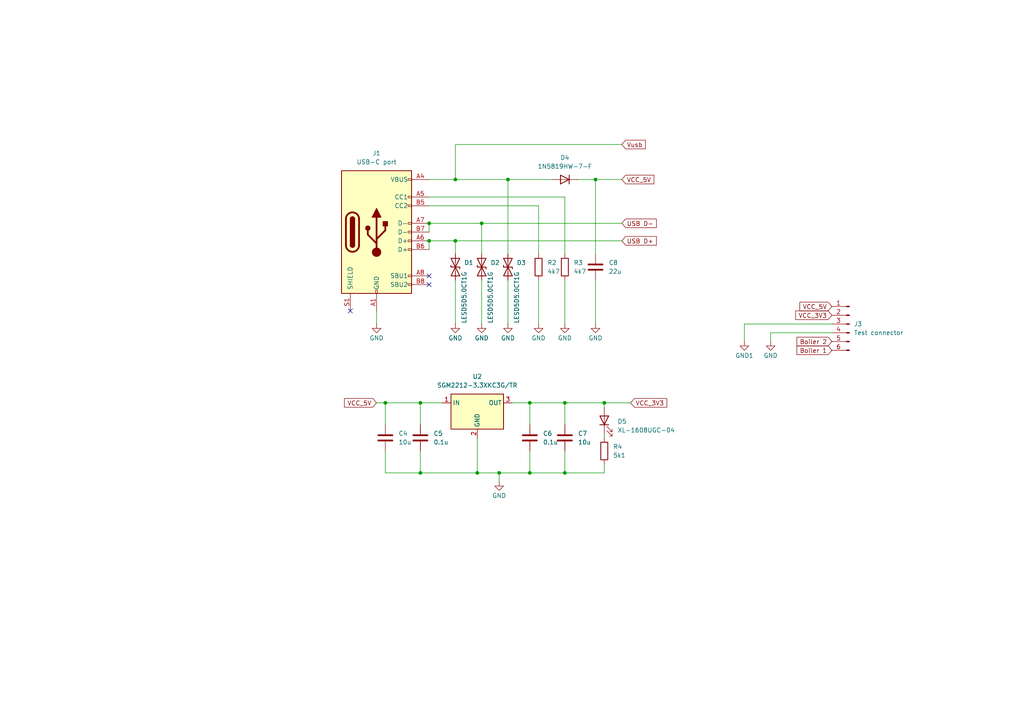
<source format=kicad_sch>
(kicad_sch (version 20231120) (generator "eeschema") (generator_version "8.0")
  (paper "A4")
  (lib_symbols
    (symbol "Connector:Conn_01x06_Pin" (pin_names (offset 1.016) hide)
      (property "Reference" "J" (at 0 7.62 0))
      (property "Value" "Conn_01x06_Pin" (at 0 -10.16 0))
      (symbol "Conn_01x06_Pin_1_1"
        (polyline (pts (xy 1.27 -7.62) (xy 0.8636 -7.62)) (stroke (width 0.1524)))
        (polyline (pts (xy 1.27 -5.08) (xy 0.8636 -5.08)) (stroke (width 0.1524)))
        (polyline (pts (xy 1.27 -2.54) (xy 0.8636 -2.54)) (stroke (width 0.1524)))
        (polyline (pts (xy 1.27 0) (xy 0.8636 0)) (stroke (width 0.1524)))
        (polyline (pts (xy 1.27 2.54) (xy 0.8636 2.54)) (stroke (width 0.1524)))
        (polyline (pts (xy 1.27 5.08) (xy 0.8636 5.08)) (stroke (width 0.1524)))
        (rectangle (start 0.8636 -7.493) (end 0 -7.747) (stroke (width 0.1524)) (fill (type outline)))
        (rectangle (start 0.8636 -4.953) (end 0 -5.207) (stroke (width 0.1524)) (fill (type outline)))
        (rectangle (start 0.8636 -2.413) (end 0 -2.667) (stroke (width 0.1524)) (fill (type outline)))
        (rectangle (start 0.8636 0.127) (end 0 -0.127) (stroke (width 0.1524)) (fill (type outline)))
        (rectangle (start 0.8636 2.667) (end 0 2.413) (stroke (width 0.1524)) (fill (type outline)))
        (rectangle (start 0.8636 5.207) (end 0 4.953) (stroke (width 0.1524)) (fill (type outline)))
        (pin passive line (at 5.08 5.08 180) (length 3.81) (name "Pin_1") (number "1"))
        (pin passive line (at 5.08 2.54 180) (length 3.81) (name "Pin_2") (number "2"))
        (pin passive line (at 5.08 0 180) (length 3.81) (name "Pin_3") (number "3"))
        (pin passive line (at 5.08 -2.54 180) (length 3.81) (name "Pin_4") (number "4"))
        (pin passive line (at 5.08 -5.08 180) (length 3.81) (name "Pin_5") (number "5"))
        (pin passive line (at 5.08 -7.62 180) (length 3.81) (name "Pin_6") (number "6"))
      )
    )
    (symbol "Connector:USB_C_Receptacle_USB2.0_16P" (pin_names (offset 1.016))
      (property "Reference" "J" (at 0 22.225 0))
      (property "Value" "USB_C_Receptacle_USB2.0_16P" (at 0 19.685 0))
      (symbol "USB_C_Receptacle_USB2.0_16P_0_0"
        (rectangle (start -0.254 -17.78) (end 0.254 -16.764))
        (rectangle (start 10.16 -14.986) (end 9.144 -15.494))
        (rectangle (start 10.16 -12.446) (end 9.144 -12.954))
        (rectangle (start 10.16 -4.826) (end 9.144 -5.334))
        (rectangle (start 10.16 -2.286) (end 9.144 -2.794))
        (rectangle (start 10.16 0.254) (end 9.144 -0.254))
        (rectangle (start 10.16 2.794) (end 9.144 2.286))
        (rectangle (start 10.16 7.874) (end 9.144 7.366))
        (rectangle (start 10.16 10.414) (end 9.144 9.906))
        (rectangle (start 10.16 15.494) (end 9.144 14.986))
      )
      (symbol "USB_C_Receptacle_USB2.0_16P_0_1"
        (rectangle (start -10.16 17.78) (end 10.16 -17.78) (stroke (width 0.254)) (fill (type background)))
        (arc (start -8.89 -3.81) (mid -6.985 -5.7067) (end -5.08 -3.81) (stroke (width 0.508)))
        (arc (start -7.62 -3.81) (mid -6.985 -4.4423) (end -6.35 -3.81) (stroke (width 0.254)))
        (arc (start -7.62 -3.81) (mid -6.985 -4.4423) (end -6.35 -3.81) (stroke (width 0.254)) (fill (type outline)))
        (rectangle (start -7.62 -3.81) (end -6.35 3.81) (stroke (width 0.254)) (fill (type outline)))
        (arc (start -6.35 3.81) (mid -6.985 4.4423) (end -7.62 3.81) (stroke (width 0.254)))
        (arc (start -6.35 3.81) (mid -6.985 4.4423) (end -7.62 3.81) (stroke (width 0.254)) (fill (type outline)))
        (arc (start -5.08 3.81) (mid -6.985 5.7067) (end -8.89 3.81) (stroke (width 0.508)))
        (circle (center -2.54 1.143) (radius 0.635) (stroke (width 0.254)) (fill (type outline)))
        (circle (center 0 -5.842) (radius 1.27) (fill (type outline)))
        (polyline (pts (xy -8.89 -3.81) (xy -8.89 3.81)) (stroke (width 0.508)))
        (polyline (pts (xy -5.08 3.81) (xy -5.08 -3.81)) (stroke (width 0.508)))
        (polyline (pts (xy 0 -5.842) (xy 0 4.318)) (stroke (width 0.508)))
        (polyline (pts (xy 0 -3.302) (xy -2.54 -0.762) (xy -2.54 0.508)) (stroke (width 0.508)))
        (polyline (pts (xy 0 -2.032) (xy 2.54 0.508) (xy 2.54 1.778)) (stroke (width 0.508)))
        (polyline (pts (xy -1.27 4.318) (xy 0 6.858) (xy 1.27 4.318) (xy -1.27 4.318)) (stroke (width 0.254)) (fill (type outline)))
        (rectangle (start 1.905 1.778) (end 3.175 3.048) (stroke (width 0.254)) (fill (type outline)))
      )
      (symbol "USB_C_Receptacle_USB2.0_16P_1_1"
        (pin passive line (at 0 -22.86 90) (length 5.08) (name "GND") (number "A1"))
        (pin passive line (at 0 -22.86 90) (length 5.08) hide (name "GND") (number "A12"))
        (pin passive line (at 15.24 15.24 180) (length 5.08) (name "VBUS") (number "A4"))
        (pin bidirectional line (at 15.24 10.16 180) (length 5.08) (name "CC1") (number "A5"))
        (pin bidirectional line (at 15.24 -2.54 180) (length 5.08) (name "D+") (number "A6"))
        (pin bidirectional line (at 15.24 2.54 180) (length 5.08) (name "D-") (number "A7"))
        (pin bidirectional line (at 15.24 -12.7 180) (length 5.08) (name "SBU1") (number "A8"))
        (pin passive line (at 15.24 15.24 180) (length 5.08) hide (name "VBUS") (number "A9"))
        (pin passive line (at 0 -22.86 90) (length 5.08) hide (name "GND") (number "B1"))
        (pin passive line (at 0 -22.86 90) (length 5.08) hide (name "GND") (number "B12"))
        (pin passive line (at 15.24 15.24 180) (length 5.08) hide (name "VBUS") (number "B4"))
        (pin bidirectional line (at 15.24 7.62 180) (length 5.08) (name "CC2") (number "B5"))
        (pin bidirectional line (at 15.24 -5.08 180) (length 5.08) (name "D+") (number "B6"))
        (pin bidirectional line (at 15.24 0 180) (length 5.08) (name "D-") (number "B7"))
        (pin bidirectional line (at 15.24 -15.24 180) (length 5.08) (name "SBU2") (number "B8"))
        (pin passive line (at 15.24 15.24 180) (length 5.08) hide (name "VBUS") (number "B9"))
        (pin passive line (at -7.62 -22.86 90) (length 5.08) (name "SHIELD") (number "S1"))
      )
    )
    (symbol "Device:C" (pin_numbers hide) (pin_names (offset 0.254))
      (property "Reference" "C" (at 0.635 2.54 0))
      (property "Value" "C" (at 0.635 -2.54 0))
      (symbol "C_0_1"
        (polyline (pts (xy -2.032 -0.762) (xy 2.032 -0.762)) (stroke (width 0.508)))
        (polyline (pts (xy -2.032 0.762) (xy 2.032 0.762)) (stroke (width 0.508)))
      )
      (symbol "C_1_1"
        (pin passive line (at 0 3.81 270) (length 2.794) (name "~") (number "1"))
        (pin passive line (at 0 -3.81 90) (length 2.794) (name "~") (number "2"))
      )
    )
    (symbol "Device:D" (pin_numbers hide) (pin_names (offset 1.016) hide)
      (property "Reference" "D" (at 0 2.54 0))
      (property "Value" "D" (at 0 -2.54 0))
      (symbol "D_0_1"
        (polyline (pts (xy -1.27 1.27) (xy -1.27 -1.27)) (stroke (width 0.254)))
        (polyline (pts (xy 1.27 0) (xy -1.27 0)))
        (polyline (pts (xy 1.27 1.27) (xy 1.27 -1.27) (xy -1.27 0) (xy 1.27 1.27)) (stroke (width 0.254)))
      )
      (symbol "D_1_1"
        (pin passive line (at -3.81 0 0) (length 2.54) (name "K") (number "1"))
        (pin passive line (at 3.81 0 180) (length 2.54) (name "A") (number "2"))
      )
    )
    (symbol "Device:LED" (pin_numbers hide) (pin_names (offset 1.016) hide)
      (property "Reference" "D" (at 0 2.54 0))
      (property "Value" "LED" (at 0 -2.54 0))
      (symbol "LED_0_1"
        (polyline (pts (xy -1.27 -1.27) (xy -1.27 1.27)) (stroke (width 0.254)))
        (polyline (pts (xy -1.27 0) (xy 1.27 0)))
        (polyline (pts (xy 1.27 -1.27) (xy 1.27 1.27) (xy -1.27 0) (xy 1.27 -1.27)) (stroke (width 0.254)))
        (polyline (pts (xy -3.048 -0.762) (xy -4.572 -2.286) (xy -3.81 -2.286) (xy -4.572 -2.286) (xy -4.572 -1.524)))
        (polyline (pts (xy -1.778 -0.762) (xy -3.302 -2.286) (xy -2.54 -2.286) (xy -3.302 -2.286) (xy -3.302 -1.524)))
      )
      (symbol "LED_1_1"
        (pin passive line (at -3.81 0 0) (length 2.54) (name "K") (number "1"))
        (pin passive line (at 3.81 0 180) (length 2.54) (name "A") (number "2"))
      )
    )
    (symbol "Device:R" (pin_numbers hide) (pin_names (offset 0))
      (property "Reference" "R" (at 2.032 0 90))
      (property "Value" "R" (at 0 0 90))
      (symbol "R_0_1"
        (rectangle (start -1.016 -2.54) (end 1.016 2.54) (stroke (width 0.254)))
      )
      (symbol "R_1_1"
        (pin passive line (at 0 3.81 270) (length 1.27) (name "~") (number "1"))
        (pin passive line (at 0 -3.81 90) (length 1.27) (name "~") (number "2"))
      )
    )
    (symbol "Diode:5KPxxCA" (pin_numbers hide) (pin_names (offset 1.016) hide)
      (property "Reference" "D" (at 0 2.54 0))
      (property "Value" "5KPxxCA" (at 0 -2.54 0))
      (symbol "5KPxxCA_0_1"
        (polyline (pts (xy 1.27 0) (xy -1.27 0)))
        (polyline (pts (xy -2.54 -1.27) (xy 0 0) (xy -2.54 1.27) (xy -2.54 -1.27)) (stroke (width 0.254)))
        (polyline (pts (xy 0.508 1.27) (xy 0 1.27) (xy 0 -1.27) (xy -0.508 -1.27)) (stroke (width 0.254)))
        (polyline (pts (xy 2.54 1.27) (xy 2.54 -1.27) (xy 0 0) (xy 2.54 1.27)) (stroke (width 0.254)))
      )
      (symbol "5KPxxCA_1_1"
        (pin passive line (at -3.81 0 0) (length 2.54) (name "A1") (number "1"))
        (pin passive line (at 3.81 0 180) (length 2.54) (name "A2") (number "2"))
      )
    )
    (symbol "Regulator_Linear:LT1963AxST-1.5"
      (property "Reference" "U" (at -7.62 6.35 0))
      (property "Value" "LT1963AxST-1.5" (at -1.27 6.35 0))
      (symbol "LT1963AxST-1.5_0_1"
        (rectangle (start -7.62 5.08) (end 7.62 -5.08) (stroke (width 0.254)) (fill (type background)))
      )
      (symbol "LT1963AxST-1.5_1_1"
        (pin power_in line (at -10.16 2.54 0) (length 2.54) (name "IN") (number "1"))
        (pin power_in line (at 0 -7.62 90) (length 2.54) (name "GND") (number "2"))
        (pin power_out line (at 10.16 2.54 180) (length 2.54) (name "OUT") (number "3"))
      )
    )
    (symbol "power:GND" (power) (pin_numbers hide) (pin_names (offset 0) hide)
      (property "Value" "GND" (at 0 -3.81 0))
      (symbol "GND_0_1"
        (polyline (pts (xy 0 0) (xy 0 -1.27) (xy 1.27 -1.27) (xy 0 -2.54) (xy -1.27 -1.27) (xy 0 -1.27)))
      )
      (symbol "GND_1_1"
        (pin power_in line (at 0 0 270) (length 0) (name "~") (number "1"))
      )
    )
  )
  (junction (at 124.46 64.77))
  (junction (at 139.7 64.77))
  (junction (at 172.72 52.07))
  (junction (at 121.92 137.16))
  (junction (at 138.43 137.16))
  (junction (at 153.67 137.16))
  (junction (at 144.78 137.16))
  (junction (at 175.26 116.84))
  (junction (at 132.08 69.85))
  (junction (at 163.83 137.16))
  (junction (at 153.67 116.84))
  (junction (at 121.92 116.84))
  (junction (at 132.08 52.07))
  (junction (at 163.83 116.84))
  (junction (at 147.32 52.07))
  (junction (at 111.76 116.84))
  (junction (at 124.46 69.85))
  (no_connect (at 124.46 80.01))
  (no_connect (at 124.46 82.55))
  (no_connect (at 101.6 90.17))
  (wire (pts (xy 223.52 99.06) (xy 223.52 96.52)))
  (wire (pts (xy 153.67 116.84) (xy 163.83 116.84)))
  (wire (pts (xy 121.92 137.16) (xy 111.76 137.16)))
  (wire (pts (xy 111.76 123.19) (xy 111.76 116.84)))
  (wire (pts (xy 138.43 127) (xy 138.43 137.16)))
  (wire (pts (xy 175.26 125.73) (xy 175.26 127)))
  (wire (pts (xy 163.83 130.81) (xy 163.83 137.16)))
  (wire (pts (xy 156.21 59.69) (xy 124.46 59.69)))
  (wire (pts (xy 163.83 116.84) (xy 175.26 116.84)))
  (wire (pts (xy 139.7 64.77) (xy 180.34 64.77)))
  (wire (pts (xy 175.26 116.84) (xy 182.88 116.84)))
  (wire (pts (xy 132.08 52.07) (xy 147.32 52.07)))
  (wire (pts (xy 147.32 73.66) (xy 147.32 52.07)))
  (wire (pts (xy 132.08 41.91) (xy 132.08 52.07)))
  (wire (pts (xy 172.72 52.07) (xy 180.34 52.07)))
  (wire (pts (xy 139.7 64.77) (xy 124.46 64.77)))
  (wire (pts (xy 172.72 81.28) (xy 172.72 93.98)))
  (wire (pts (xy 139.7 81.28) (xy 139.7 93.98)))
  (wire (pts (xy 144.78 137.16) (xy 144.78 139.7)))
  (wire (pts (xy 132.08 41.91) (xy 180.34 41.91)))
  (wire (pts (xy 215.9 93.98) (xy 241.3 93.98)))
  (wire (pts (xy 153.67 137.16) (xy 144.78 137.16)))
  (wire (pts (xy 121.92 116.84) (xy 128.27 116.84)))
  (wire (pts (xy 163.83 93.98) (xy 163.83 81.28)))
  (wire (pts (xy 139.7 73.66) (xy 139.7 64.77)))
  (wire (pts (xy 223.52 96.52) (xy 241.3 96.52)))
  (wire (pts (xy 121.92 130.81) (xy 121.92 137.16)))
  (wire (pts (xy 147.32 81.28) (xy 147.32 93.98)))
  (wire (pts (xy 124.46 64.77) (xy 124.46 67.31)))
  (wire (pts (xy 163.83 73.66) (xy 163.83 57.15)))
  (wire (pts (xy 163.83 137.16) (xy 153.67 137.16)))
  (wire (pts (xy 163.83 57.15) (xy 124.46 57.15)))
  (wire (pts (xy 167.64 52.07) (xy 172.72 52.07)))
  (wire (pts (xy 148.59 116.84) (xy 153.67 116.84)))
  (wire (pts (xy 132.08 69.85) (xy 180.34 69.85)))
  (wire (pts (xy 175.26 134.62) (xy 175.26 137.16)))
  (wire (pts (xy 109.22 90.17) (xy 109.22 93.98)))
  (wire (pts (xy 111.76 137.16) (xy 111.76 130.81)))
  (wire (pts (xy 111.76 116.84) (xy 121.92 116.84)))
  (wire (pts (xy 109.22 116.84) (xy 111.76 116.84)))
  (wire (pts (xy 132.08 81.28) (xy 132.08 93.98)))
  (wire (pts (xy 175.26 116.84) (xy 175.26 118.11)))
  (wire (pts (xy 121.92 116.84) (xy 121.92 123.19)))
  (wire (pts (xy 132.08 69.85) (xy 124.46 69.85)))
  (wire (pts (xy 175.26 137.16) (xy 163.83 137.16)))
  (wire (pts (xy 144.78 137.16) (xy 138.43 137.16)))
  (wire (pts (xy 153.67 116.84) (xy 153.67 123.19)))
  (wire (pts (xy 153.67 130.81) (xy 153.67 137.16)))
  (wire (pts (xy 147.32 52.07) (xy 160.02 52.07)))
  (wire (pts (xy 138.43 137.16) (xy 121.92 137.16)))
  (wire (pts (xy 156.21 73.66) (xy 156.21 59.69)))
  (wire (pts (xy 124.46 69.85) (xy 124.46 72.39)))
  (wire (pts (xy 156.21 93.98) (xy 156.21 81.28)))
  (wire (pts (xy 163.83 116.84) (xy 163.83 123.19)))
  (wire (pts (xy 215.9 99.06) (xy 215.9 93.98)))
  (wire (pts (xy 124.46 52.07) (xy 132.08 52.07)))
  (wire (pts (xy 172.72 52.07) (xy 172.72 73.66)))
  (wire (pts (xy 132.08 73.66) (xy 132.08 69.85)))
  (global_label "VCC_3V3" (shape input) (at 182.88 116.84 0) (property "Intersheetrefs" "${INTERSHEET_REFS}" (effects (hide yes))))
  (global_label "Vusb" (shape input) (at 180.34 41.91 0) (property "Intersheetrefs" "${INTERSHEET_REFS}" (effects (hide yes))))
  (global_label "VCC_5V" (shape input) (at 180.34 52.07 0) (property "Intersheetrefs" "${INTERSHEET_REFS}" (effects (hide yes))))
  (global_label "VCC_3V3" (shape input) (at 241.3 91.44 180) (property "Intersheetrefs" "${INTERSHEET_REFS}" (effects (hide yes))))
  (global_label "VCC_5V" (shape input) (at 241.3 88.9 180) (property "Intersheetrefs" "${INTERSHEET_REFS}" (effects (hide yes))))
  (global_label "USB D+" (shape input) (at 180.34 69.85 0) (property "Intersheetrefs" "${INTERSHEET_REFS}" (effects (hide yes))))
  (global_label "Boiler 2" (shape input) (at 241.3 99.06 180) (property "Intersheetrefs" "${INTERSHEET_REFS}" (effects (hide yes))))
  (global_label "USB D-" (shape input) (at 180.34 64.77 0) (property "Intersheetrefs" "${INTERSHEET_REFS}" (effects (hide yes))))
  (global_label "Boiler 1" (shape input) (at 241.3 101.6 180) (property "Intersheetrefs" "${INTERSHEET_REFS}" (effects (hide yes))))
  (global_label "VCC_5V" (shape input) (at 109.22 116.84 180) (property "Intersheetrefs" "${INTERSHEET_REFS}" (effects (hide yes))))
  (symbol (lib_id "Device:LED") (at 175.26 121.92 90) (unit 1)
    (property "Reference" "D5" (at 179.07 122.2374 90) (effects (justify right)))
    (property "Value" "XL-1608UGC-04" (at 179.07 124.7774 90) (effects (justify right)))
    (property "Footprint" "LED_SMD:LED_0603_1608Metric" (effects (hide yes)))
    (property "Datasheet" "https://wmsc.lcsc.com/wmsc/upload/file/pdf/v2/lcsc/2402181505_XINGLIGHT-XL-1608UGC-04_C965804.pdf" (effects (hide yes)))
    (property "Description" "LED, green, 520nm" (effects (hide yes)))
    (property "LCSC Part # " "C965804" (effects (hide yes)))
  )
  (symbol (lib_id "power:GND") (at 163.83 93.98 0) (unit 1)
    (property "Reference" "#PWR011" (effects (hide yes)))
    (property "Value" "GND" (at 163.83 98.044 0))
    (property "Description" "Power symbol creates a global label with name \"GND\" , ground" (effects (hide yes)))
  )
  (symbol (lib_id "power:GND") (at 139.7 93.98 0) (unit 1)
    (property "Reference" "#PWR07" (effects (hide yes)))
    (property "Value" "GND" (at 139.7 98.044 0))
    (property "Description" "Power symbol creates a global label with name \"GND\" , ground" (effects (hide yes)))
  )
  (symbol (lib_id "Device:C") (at 121.92 127 0) (unit 1)
    (property "Reference" "C5" (at 125.73 125.7299 0) (effects (justify left)))
    (property "Value" "0.1u" (at 125.73 128.2699 0) (effects (justify left)))
    (property "Footprint" "Capacitor_SMD:C_0603_1608Metric" (effects (hide yes)))
    (property "Description" "Unpolarized capacitor" (effects (hide yes)))
    (property "LCSC Part # " "C14663" (effects (hide yes)))
  )
  (symbol (lib_id "Regulator_Linear:LT1963AxST-1.5") (at 138.43 119.38 0) (unit 1)
    (property "Reference" "U2" (at 138.43 109.22 0))
    (property "Value" "SGM2212-3.3XKC3G/TR" (at 138.43 111.76 0))
    (property "Footprint" "Package_TO_SOT_SMD:SOT-223-3_TabPin2" (effects (hide yes)))
    (property "Datasheet" "https://www.analog.com/media/en/technical-documentation/data-sheets/1963aff.pdf" (effects (hide yes)))
    (property "Description" "1.5V, 1.5A, Low Noise, Fast Transient Response LDO Regulator, SOT-223" (effects (hide yes)))
    (property "LCSC Part # " "C3294699" (effects (hide yes)))
  )
  (symbol (lib_id "Diode:5KPxxCA") (at 132.08 77.47 90) (unit 1)
    (property "Reference" "D1" (at 134.62 76.1999 90) (effects (justify right)))
    (property "Value" "LESD5D5.0CT1G" (at 134.62 78.7399 0) (effects (justify right)))
    (property "Footprint" "Diode_SMD:D_SOD-523" (effects (hide yes)))
    (property "LCSC Part # " "C383211" (effects (hide yes)))
  )
  (symbol (lib_id "Device:R") (at 156.21 77.47 180) (unit 1)
    (property "Reference" "R2" (at 158.75 76.1999 0) (effects (justify right)))
    (property "Value" "4k7" (at 158.75 78.7399 0) (effects (justify right)))
    (property "Footprint" "Resistor_SMD:R_0603_1608Metric" (effects (hide yes)))
    (property "Description" "Resistor" (effects (hide yes)))
    (property "LCSC Part # " "C23162" (effects (hide yes)))
  )
  (symbol (lib_id "Device:C") (at 172.72 77.47 0) (unit 1)
    (property "Reference" "C8" (at 176.53 76.1999 0) (effects (justify left)))
    (property "Value" "22u" (at 176.53 78.7399 0) (effects (justify left)))
    (property "Footprint" "Capacitor_SMD:C_0805_2012Metric" (effects (hide yes)))
    (property "Description" "Unpolarized capacitor" (effects (hide yes)))
    (property "LCSC Part # " "C45783" (effects (hide yes)))
  )
  (symbol (lib_id "Device:C") (at 163.83 127 0) (unit 1)
    (property "Reference" "C7" (at 167.64 125.7299 0) (effects (justify left)))
    (property "Value" "10u" (at 167.64 128.2699 0) (effects (justify left)))
    (property "Footprint" "Capacitor_SMD:C_0402_1005Metric" (effects (hide yes)))
    (property "Description" "Unpolarized capacitor" (effects (hide yes)))
    (property "LCSC Part # " " C15525" (effects (hide yes)))
  )
  (symbol (lib_id "Device:R") (at 175.26 130.81 180) (unit 1)
    (property "Reference" "R4" (at 177.8 129.5399 0) (effects (justify right)))
    (property "Value" "5k1" (at 177.8 132.0799 0) (effects (justify right)))
    (property "Footprint" "Resistor_SMD:R_0603_1608Metric" (effects (hide yes)))
    (property "Description" "Resistor" (effects (hide yes)))
    (property "LCSC Part # " "C23186" (effects (hide yes)))
  )
  (symbol (lib_id "power:GND") (at 144.78 139.7 0) (unit 1)
    (property "Reference" "#PWR08" (effects (hide yes)))
    (property "Value" "GND" (at 144.78 143.764 0))
    (property "Description" "Power symbol creates a global label with name \"GND\" , ground" (effects (hide yes)))
  )
  (symbol (lib_id "power:GND") (at 156.21 93.98 0) (unit 1)
    (property "Reference" "#PWR010" (effects (hide yes)))
    (property "Value" "GND" (at 156.21 98.044 0))
    (property "Description" "Power symbol creates a global label with name \"GND\" , ground" (effects (hide yes)))
  )
  (symbol (lib_id "power:GND") (at 109.22 93.98 0) (unit 1)
    (property "Reference" "#PWR05" (effects (hide yes)))
    (property "Value" "GND" (at 109.22 98.044 0))
    (property "Description" "Power symbol creates a global label with name \"GND\" , ground" (effects (hide yes)))
  )
  (symbol (lib_id "Device:C") (at 111.76 127 0) (unit 1)
    (property "Reference" "C4" (at 115.57 125.7299 0) (effects (justify left)))
    (property "Value" "10u" (at 115.57 128.2699 0) (effects (justify left)))
    (property "Footprint" "Capacitor_SMD:C_0402_1005Metric" (effects (hide yes)))
    (property "Description" "Unpolarized capacitor" (effects (hide yes)))
    (property "LCSC Part # " " C15525" (effects (hide yes)))
  )
  (symbol (lib_id "power:GND") (at 223.52 99.06 0) (unit 1)
    (property "Reference" "#PWR034" (effects (hide yes)))
    (property "Value" "GND" (at 223.52 103.124 0))
    (property "Description" "Power symbol creates a global label with name \"GND\" , ground" (effects (hide yes)))
  )
  (symbol (lib_id "Device:C") (at 153.67 127 0) (unit 1)
    (property "Reference" "C6" (at 157.48 125.7299 0) (effects (justify left)))
    (property "Value" "0.1u" (at 157.48 128.2699 0) (effects (justify left)))
    (property "Footprint" "Capacitor_SMD:C_0603_1608Metric" (effects (hide yes)))
    (property "Description" "Unpolarized capacitor" (effects (hide yes)))
    (property "LCSC Part # " "C14663" (effects (hide yes)))
  )
  (symbol (lib_id "power:GND") (at 215.9 99.06 0) (unit 1)
    (property "Reference" "#PWR033" (effects (hide yes)))
    (property "Value" "GND1" (at 215.9 103.124 0))
    (property "Description" "Power symbol creates a global label with name \"GND\" , ground" (effects (hide yes)))
  )
  (symbol (lib_id "Device:R") (at 163.83 77.47 180) (unit 1)
    (property "Reference" "R3" (at 166.37 76.1999 0) (effects (justify right)))
    (property "Value" "4k7" (at 166.37 78.7399 0) (effects (justify right)))
    (property "Footprint" "Resistor_SMD:R_0603_1608Metric" (effects (hide yes)))
    (property "Description" "Resistor" (effects (hide yes)))
    (property "LCSC Part # " "C23162" (effects (hide yes)))
  )
  (symbol (lib_id "Device:D") (at 163.83 52.07 180) (unit 1)
    (property "Reference" "D4" (at 163.83 45.72 0))
    (property "Value" "1N5819HW-7-F" (at 163.83 48.26 0))
    (property "Footprint" "Diode_SMD:D_SOD-123" (effects (hide yes)))
    (property "Description" "Diode" (effects (hide yes)))
    (property "Sim.Device" "D" (effects (hide yes)))
    (property "Sim.Pins" "1=K 2=A" (effects (hide yes)))
    (property "LCSC Part # " "C82544" (effects (hide yes)))
  )
  (symbol (lib_id "Diode:5KPxxCA") (at 139.7 77.47 90) (unit 1)
    (property "Reference" "D2" (at 142.24 76.1999 90) (effects (justify right)))
    (property "Value" "LESD5D5.0CT1G" (at 142.24 78.7399 0) (effects (justify right)))
    (property "Footprint" "Diode_SMD:D_SOD-523" (effects (hide yes)))
    (property "LCSC Part # " "C383211" (effects (hide yes)))
  )
  (symbol (lib_id "power:GND") (at 172.72 93.98 0) (unit 1)
    (property "Reference" "#PWR012" (effects (hide yes)))
    (property "Value" "GND" (at 172.72 98.044 0))
    (property "Description" "Power symbol creates a global label with name \"GND\" , ground" (effects (hide yes)))
  )
  (symbol (lib_id "power:GND") (at 132.08 93.98 0) (unit 1)
    (property "Reference" "#PWR06" (effects (hide yes)))
    (property "Value" "GND" (at 132.08 98.044 0))
    (property "Description" "Power symbol creates a global label with name \"GND\" , ground" (effects (hide yes)))
  )
  (symbol (lib_id "Diode:5KPxxCA") (at 147.32 77.47 90) (unit 1)
    (property "Reference" "D3" (at 149.86 76.1999 90) (effects (justify right)))
    (property "Value" "LESD5D5.0CT1G" (at 149.86 78.7399 0) (effects (justify right)))
    (property "Footprint" "Diode_SMD:D_SOD-523" (effects (hide yes)))
    (property "LCSC Part # " "C383211" (effects (hide yes)))
  )
  (symbol (lib_id "Connector:Conn_01x06_Pin") (at 246.38 93.98 0) (mirror y) (unit 1)
    (property "Reference" "J3" (at 247.65 93.9799 0) (effects (justify right)))
    (property "Value" "Test connector" (at 247.65 96.5199 0) (effects (justify right)))
    (property "Footprint" "Connector_PinHeader_2.54mm:PinHeader_1x06_P2.54mm_Vertical" (effects (hide yes)))
    (property "Description" "Generic connector, single row, 01x06, script generated" (effects (hide yes)))
  )
  (symbol (lib_id "power:GND") (at 147.32 93.98 0) (unit 1)
    (property "Reference" "#PWR09" (effects (hide yes)))
    (property "Value" "GND" (at 147.32 98.044 0))
    (property "Description" "Power symbol creates a global label with name \"GND\" , ground" (effects (hide yes)))
  )
  (symbol (lib_id "Connector:USB_C_Receptacle_USB2.0_16P") (at 109.22 67.31 0) (unit 1)
    (property "Reference" "J1" (at 109.22 44.45 0))
    (property "Value" "USB-C port" (at 109.22 46.99 0))
    (property "Footprint" "Connector_USB:USB_C_Receptacle_GCT_USB4105-xx-A_16P_TopMnt_Horizontal" (effects (hide yes)))
    (property "Datasheet" "https://www.usb.org/sites/default/files/documents/usb_type-c.zip" (effects (hide yes)))
    (property "Description" "USB 2.0-only 16P Type-C Receptacle connector" (effects (hide yes)))
    (property "LCSC Part # " "C2765186" (effects (hide yes)))
  )
)
</source>
